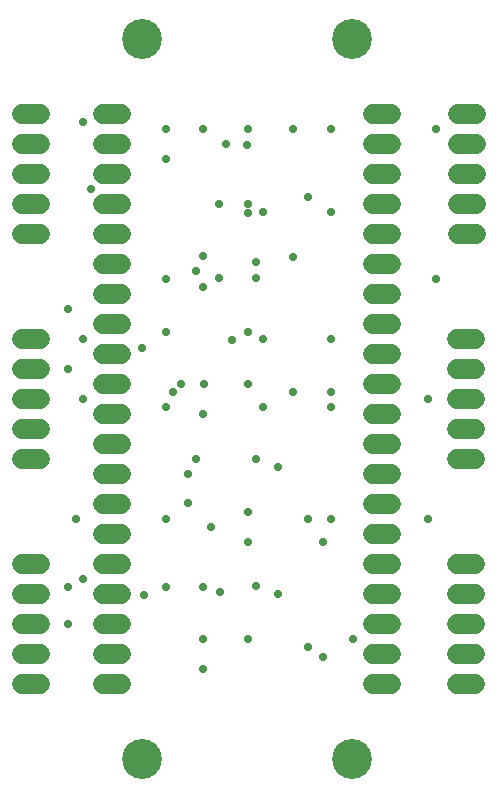
<source format=gbr>
G04 EAGLE Gerber RS-274X export*
G75*
%MOMM*%
%FSLAX34Y34*%
%LPD*%
%INSoldermask Bottom*%
%IPPOS*%
%AMOC8*
5,1,8,0,0,1.08239X$1,22.5*%
G01*
G04 Define Apertures*
%ADD10C,3.378200*%
%ADD11C,1.651000*%
%ADD12C,0.731000*%
D10*
X138430Y38100D03*
X316230Y38100D03*
X138430Y647700D03*
X316230Y647700D03*
D11*
X120650Y584200D02*
X105410Y584200D01*
X105410Y558800D02*
X120650Y558800D01*
X120650Y533400D02*
X105410Y533400D01*
X105410Y508000D02*
X120650Y508000D01*
X120650Y482600D02*
X105410Y482600D01*
X105410Y457200D02*
X120650Y457200D01*
X120650Y431800D02*
X105410Y431800D01*
X105410Y406400D02*
X120650Y406400D01*
X120650Y381000D02*
X105410Y381000D01*
X105410Y355600D02*
X120650Y355600D01*
X120650Y330200D02*
X105410Y330200D01*
X105410Y304800D02*
X120650Y304800D01*
X120650Y279400D02*
X105410Y279400D01*
X105410Y254000D02*
X120650Y254000D01*
X120650Y228600D02*
X105410Y228600D01*
X105410Y203200D02*
X120650Y203200D01*
X120650Y177800D02*
X105410Y177800D01*
X105410Y152400D02*
X120650Y152400D01*
X120650Y127000D02*
X105410Y127000D01*
X105410Y101600D02*
X120650Y101600D01*
X334010Y584200D02*
X349250Y584200D01*
X349250Y558800D02*
X334010Y558800D01*
X334010Y533400D02*
X349250Y533400D01*
X349250Y508000D02*
X334010Y508000D01*
X334010Y482600D02*
X349250Y482600D01*
X349250Y457200D02*
X334010Y457200D01*
X334010Y431800D02*
X349250Y431800D01*
X349250Y406400D02*
X334010Y406400D01*
X334010Y381000D02*
X349250Y381000D01*
X349250Y355600D02*
X334010Y355600D01*
X334010Y330200D02*
X349250Y330200D01*
X349250Y304800D02*
X334010Y304800D01*
X334010Y279400D02*
X349250Y279400D01*
X349250Y254000D02*
X334010Y254000D01*
X334010Y228600D02*
X349250Y228600D01*
X349250Y203200D02*
X334010Y203200D01*
X334010Y177800D02*
X349250Y177800D01*
X349250Y152400D02*
X334010Y152400D01*
X334010Y127000D02*
X349250Y127000D01*
X349250Y101600D02*
X334010Y101600D01*
X52070Y482600D02*
X36830Y482600D01*
X36830Y508000D02*
X52070Y508000D01*
X52070Y533400D02*
X36830Y533400D01*
X36830Y558800D02*
X52070Y558800D01*
X52070Y584200D02*
X36830Y584200D01*
X406200Y584200D02*
X421440Y584200D01*
X421440Y558800D02*
X406200Y558800D01*
X406200Y533400D02*
X421440Y533400D01*
X421440Y508000D02*
X406200Y508000D01*
X406200Y482600D02*
X421440Y482600D01*
X52070Y292100D02*
X36830Y292100D01*
X36830Y317500D02*
X52070Y317500D01*
X52070Y342900D02*
X36830Y342900D01*
X36830Y368300D02*
X52070Y368300D01*
X52070Y393700D02*
X36830Y393700D01*
X405130Y393700D02*
X420370Y393700D01*
X420370Y368300D02*
X405130Y368300D01*
X405130Y342900D02*
X420370Y342900D01*
X420370Y317500D02*
X405130Y317500D01*
X405130Y292100D02*
X420370Y292100D01*
X52070Y101600D02*
X36830Y101600D01*
X36830Y127000D02*
X52070Y127000D01*
X52070Y152400D02*
X36830Y152400D01*
X36830Y177800D02*
X52070Y177800D01*
X52070Y203200D02*
X36830Y203200D01*
X405130Y203200D02*
X420370Y203200D01*
X420370Y177800D02*
X405130Y177800D01*
X405130Y152400D02*
X420370Y152400D01*
X420370Y127000D02*
X405130Y127000D01*
X405130Y101600D02*
X420370Y101600D01*
D12*
X190500Y571500D03*
X190500Y139700D03*
X190980Y355600D03*
X177800Y254480D03*
X190394Y464404D03*
X203680Y508000D03*
X196850Y234470D03*
X210030Y558800D03*
X204526Y179126D03*
X140180Y177320D03*
X204160Y444980D03*
X234950Y444980D03*
X227866Y557840D03*
X234950Y184418D03*
X254000Y177800D03*
X241300Y501170D03*
X215166Y393220D03*
X234950Y458640D03*
X241300Y393700D03*
X171450Y355600D03*
X184150Y292100D03*
X234950Y292100D03*
X177800Y279400D03*
X253520Y285750D03*
X165100Y348770D03*
X158750Y546100D03*
X158750Y571500D03*
X228600Y571500D03*
X228600Y508000D03*
X279400Y514350D03*
X95250Y520700D03*
X88900Y577850D03*
X266700Y571500D03*
X298450Y571500D03*
X387350Y571500D03*
X158750Y444500D03*
X190500Y438150D03*
X387350Y444500D03*
X298450Y501650D03*
X228600Y500436D03*
X228826Y400050D03*
X76200Y368300D03*
X76200Y419100D03*
X158750Y400050D03*
X138463Y386113D03*
X266926Y463550D03*
X184150Y451330D03*
X190500Y330200D03*
X158750Y336550D03*
X88900Y342900D03*
X88900Y393700D03*
X228600Y355600D03*
X298450Y393700D03*
X241300Y336550D03*
X298450Y336550D03*
X266700Y349250D03*
X298450Y349250D03*
X381000Y342900D03*
X190500Y184150D03*
X88900Y190500D03*
X76200Y152400D03*
X158750Y184150D03*
X228600Y247650D03*
X158750Y241300D03*
X82550Y241300D03*
X76200Y184150D03*
X228600Y222250D03*
X292100Y222250D03*
X279400Y241300D03*
X298450Y241300D03*
X381000Y241300D03*
X190500Y114300D03*
X317500Y139700D03*
X292100Y124234D03*
X228600Y139700D03*
X279400Y133350D03*
M02*

</source>
